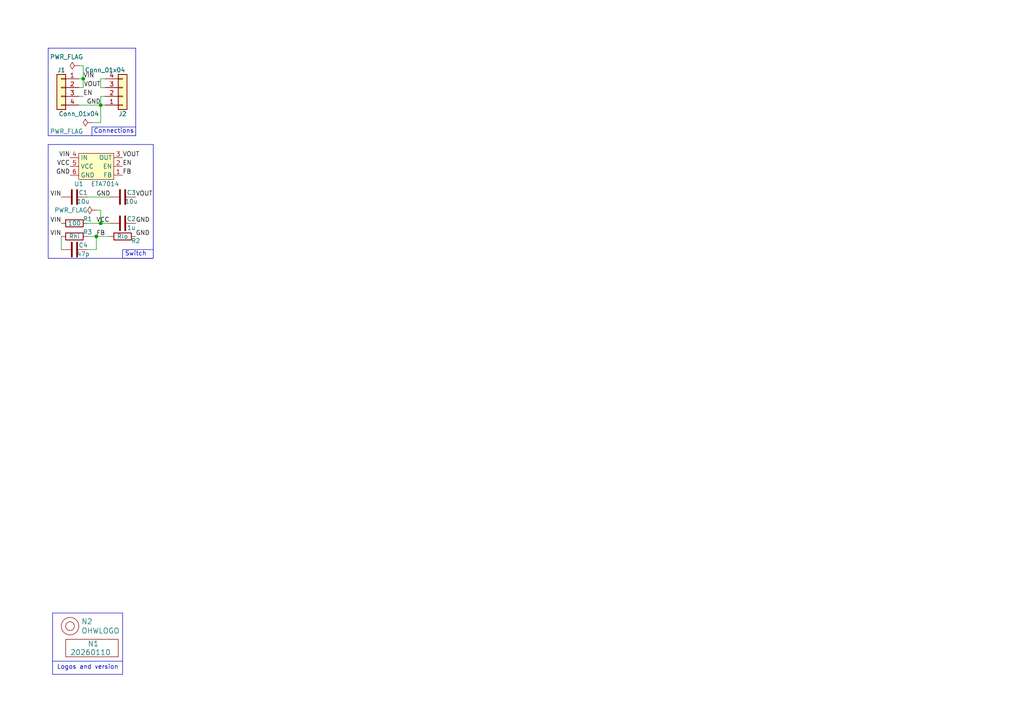
<source format=kicad_sch>
(kicad_sch (version 20250114) (generator "eeschema") (generator_version "9.0")
  (paper "A4")
  (lib_symbols
    (symbol "Connector_Generic:Conn_01x04" (pin_names (offset 1.016) (hide yes))
      (property "Reference" "J" (at 0 5.08 0))
      (property "Value" "Conn_01x04" (at 0 -7.62 0))
      (symbol "Conn_01x04_1_1"
        (rectangle (start -1.27 3.81) (end 1.27 -6.35) (stroke (width 0.254)) (fill (type background)))
        (rectangle (start -1.27 2.667) (end 0 2.413) (stroke (width 0.1524)))
        (rectangle (start -1.27 0.127) (end 0 -0.127) (stroke (width 0.1524)))
        (rectangle (start -1.27 -2.413) (end 0 -2.667) (stroke (width 0.1524)))
        (rectangle (start -1.27 -4.953) (end 0 -5.207) (stroke (width 0.1524)))
        (pin passive line (at -5.08 2.54 0) (length 3.81) (name "Pin_1") (number "1"))
        (pin passive line (at -5.08 0 0) (length 3.81) (name "Pin_2") (number "2"))
        (pin passive line (at -5.08 -2.54 0) (length 3.81) (name "Pin_3") (number "3"))
        (pin passive line (at -5.08 -5.08 0) (length 3.81) (name "Pin_4") (number "4"))
      )
    )
    (symbol "Device:C" (pin_numbers (hide yes)) (pin_names (offset 0.254))
      (property "Reference" "C" (at 0.635 2.54 0))
      (property "Value" "C" (at 0.635 -2.54 0))
      (symbol "C_0_1"
        (polyline (pts (xy -2.032 0.762) (xy 2.032 0.762)) (stroke (width 0.508)))
        (polyline (pts (xy -2.032 -0.762) (xy 2.032 -0.762)) (stroke (width 0.508)))
      )
      (symbol "C_1_1"
        (pin passive line (at 0 3.81 270) (length 2.794) (name "~") (number "1"))
        (pin passive line (at 0 -3.81 90) (length 2.794) (name "~") (number "2"))
      )
    )
    (symbol "Device:R" (pin_numbers (hide yes)) (pin_names (offset 0))
      (property "Reference" "R" (at 2.032 0 90))
      (property "Value" "R" (at 0 0 90))
      (symbol "R_0_1"
        (rectangle (start -1.016 -2.54) (end 1.016 2.54) (stroke (width 0.254)))
      )
      (symbol "R_1_1"
        (pin passive line (at 0 3.81 270) (length 1.27) (name "~") (number "1"))
        (pin passive line (at 0 -3.81 90) (length 1.27) (name "~") (number "2"))
      )
    )
    (symbol "SquantorLabels:OHWLOGO" (pin_names (offset 1.016))
      (property "Reference" "N" (at 0 3.81 0))
      (property "Value" "OHWLOGO" (at 0 -3.81 0))
      (symbol "OHWLOGO_0_1"
        (circle (center 0 0) (radius 1.27))
        (circle (center 0 0) (radius 2.54))
      )
    )
    (symbol "SquantorLabels:VYYYYMMDD" (pin_names (offset 1.016))
      (property "Reference" "N" (at 0 2.54 0))
      (property "Value" "VYYYYMMDD" (at 0 0 0))
      (symbol "VYYYYMMDD_0_1"
        (rectangle (start 7.62 -1.27) (end -7.62 3.81))
      )
    )
    (symbol "Squantor_ETA_solutions:ETA7014"
      (property "Reference" "U" (at 0 5.08 0))
      (symbol "ETA7014_1_1"
        (rectangle (start -5.08 3.81) (end 5.08 -3.81) (fill (type background)))
        (pin input line (at -7.62 2.54 0) (length 2.54) (name "FB") (number "1"))
        (pin input line (at -7.62 0 0) (length 2.54) (name "EN") (number "2"))
        (pin power_out line (at -7.62 -2.54 0) (length 2.54) (name "OUT") (number "3"))
        (pin power_in line (at 7.62 2.54 180) (length 2.54) (name "GND") (number "6"))
        (pin power_in line (at 7.62 0 180) (length 2.54) (name "VCC") (number "5"))
        (pin power_in line (at 7.62 -2.54 180) (length 2.54) (name "IN") (number "4"))
      )
    )
    (symbol "power:PWR_FLAG" (power) (pin_numbers (hide yes)) (pin_names (offset 0) (hide yes))
      (property "Value" "PWR_FLAG" (at 0 3.81 0))
      (symbol "PWR_FLAG_0_0"
        (pin power_out line (at 0 0 90) (length 0) (name "~") (number "1"))
      )
      (symbol "PWR_FLAG_0_1"
        (polyline (pts (xy 0 0) (xy 0 1.27) (xy -1.016 1.905) (xy 0 2.54) (xy 1.016 1.905) (xy 0 1.27)))
      )
    )
  )
  (rectangle (start 35.56 72.39) (end 44.45 74.93))
  (rectangle (start 13.97 41.91) (end 44.45 74.93))
  (rectangle (start 13.97 13.97) (end 39.37 39.37))
  (rectangle (start 26.67 36.83) (end 39.37 39.37))
  (text "Logos and version" (at 16.51 194.31 0) (effects (font (size 1.27 1.27)) (justify left bottom)))
  (text "Connections" (at 33.02 38.1 0) (effects (font (size 1.27 1.27))))
  (text "Switch" (at 39.37 73.66 0) (effects (font (size 1.27 1.27))))
  (junction (at 24.13 22.86))
  (junction (at 29.21 64.77))
  (junction (at 27.94 68.58))
  (junction (at 29.21 30.48))
  (wire (pts (xy 25.4 64.77) (xy 29.21 64.77)))
  (wire (pts (xy 29.21 27.94) (xy 29.21 30.48)))
  (wire (pts (xy 25.4 57.15) (xy 31.75 57.15)))
  (wire (pts (xy 22.86 25.4) (xy 24.13 25.4)))
  (polyline (pts (xy 15.24 177.8) (xy 15.24 195.58)))
  (wire (pts (xy 24.13 19.05) (xy 24.13 22.86)))
  (polyline (pts (xy 35.56 177.8) (xy 15.24 177.8)))
  (wire (pts (xy 22.86 30.48) (xy 29.21 30.48)))
  (wire (pts (xy 22.86 27.94) (xy 24.13 27.94)))
  (wire (pts (xy 24.13 19.05) (xy 22.86 19.05)))
  (wire (pts (xy 29.21 30.48) (xy 30.48 30.48)))
  (wire (pts (xy 29.21 64.77) (xy 31.75 64.77)))
  (wire (pts (xy 24.13 25.4) (xy 24.13 22.86)))
  (wire (pts (xy 25.4 68.58) (xy 27.94 68.58)))
  (wire (pts (xy 27.94 68.58) (xy 27.94 72.39)))
  (wire (pts (xy 30.48 27.94) (xy 29.21 27.94)))
  (wire (pts (xy 29.21 35.56) (xy 29.21 30.48)))
  (wire (pts (xy 29.21 22.86) (xy 30.48 22.86)))
  (wire (pts (xy 17.78 68.58) (xy 17.78 72.39)))
  (polyline (pts (xy 35.56 195.58) (xy 35.56 177.8)))
  (polyline (pts (xy 15.24 195.58) (xy 35.56 195.58)))
  (wire (pts (xy 22.86 22.86) (xy 24.13 22.86)))
  (wire (pts (xy 29.21 22.86) (xy 29.21 25.4)))
  (wire (pts (xy 29.21 25.4) (xy 30.48 25.4)))
  (wire (pts (xy 27.94 68.58) (xy 31.75 68.58)))
  (wire (pts (xy 27.94 60.96) (xy 29.21 60.96)))
  (polyline (pts (xy 15.24 191.77) (xy 35.56 191.77)))
  (wire (pts (xy 25.4 72.39) (xy 27.94 72.39)))
  (wire (pts (xy 26.67 35.56) (xy 29.21 35.56)))
  (wire (pts (xy 29.21 60.96) (xy 29.21 64.77)))
  (label "FB" (at 27.94 68.58 0))
  (label "VIN" (at 17.78 57.15 180))
  (label "GND" (at 27.94 57.15 0))
  (label "VIN" (at 20.32 45.72 180))
  (label "EN" (at 35.56 48.26 0))
  (label "GND" (at 39.37 64.77 0))
  (label "VIN" (at 17.78 68.58 180))
  (label "VIN" (at 24.13 22.86 0))
  (label "EN" (at 24.13 27.94 0))
  (label "VOUT" (at 29.21 25.4 180))
  (label "VOUT" (at 39.37 57.15 0))
  (label "VIN" (at 17.78 64.77 180))
  (label "VCC" (at 20.32 48.26 180))
  (label "VOUT" (at 35.56 45.72 0))
  (label "FB" (at 35.56 50.8 0))
  (label "GND" (at 20.32 50.8 180))
  (label "GND" (at 39.37 68.58 0))
  (label "VCC" (at 31.75 64.77 180))
  (label "GND" (at 29.21 30.48 180))
  (symbol (lib_id "SquantorLabels:VYYYYMMDD") (at 26.67 189.23 0) (unit 1)
    (property "Reference" "N1" (at 25.4 186.69 0) (effects (font (size 1.524 1.524)) (justify left)))
    (property "Value" "20260110" (at 20.32 189.23 0) (effects (font (size 1.524 1.524)) (justify left)))
    (property "Footprint" "SquantorLabels:Label_Generic" (effects (hide yes)))
  )
  (symbol (lib_id "SquantorLabels:OHWLOGO") (at 20.32 181.61 0) (unit 1)
    (property "Reference" "N2" (at 23.5712 180.2638 0) (effects (font (size 1.524 1.524)) (justify left)))
    (property "Value" "OHWLOGO" (at 23.5712 182.9562 0) (effects (font (size 1.524 1.524)) (justify left)))
    (property "Footprint" "Symbol:OSHW-Symbol_6.7x6mm_SilkScreen" (effects (hide yes)))
  )
  (symbol (lib_id "power:PWR_FLAG") (at 27.94 60.96 90) (unit 1)
    (property "Reference" "#FLG04" (effects (hide yes)))
    (property "Value" "PWR_FLAG" (at 25.4 60.96 90) (effects (justify left)))
    (property "Description" "Special symbol for telling ERC where power comes from" (effects (hide yes)))
  )
  (symbol (lib_id "Device:C") (at 35.56 57.15 90) (unit 1)
    (property "Reference" "C3" (at 38.1 55.88 90))
    (property "Value" "10u" (at 38.1 58.42 90))
    (property "Footprint" "SquantorCapacitor:C_0805+0603" (effects (hide yes)))
    (property "Description" "Unpolarized capacitor" (effects (hide yes)))
  )
  (symbol (lib_id "power:PWR_FLAG") (at 26.67 35.56 90) (unit 1)
    (property "Reference" "#FLG03" (effects (hide yes)))
    (property "Value" "PWR_FLAG" (at 24.13 38.1 90) (effects (justify left)))
    (property "Description" "Special symbol for telling ERC where power comes from" (effects (hide yes)))
  )
  (symbol (lib_id "Device:R") (at 21.59 64.77 90) (unit 1)
    (property "Reference" "R1" (at 25.4 63.5 90))
    (property "Value" "100" (at 21.59 64.77 90))
    (property "Footprint" "SquantorResistor:R_0603_hand" (effects (hide yes)))
    (property "Description" "Resistor" (effects (hide yes)))
  )
  (symbol (lib_id "Squantor_ETA_solutions:ETA7014") (at 27.94 48.26 180) (unit 1)
    (property "Reference" "U1" (at 22.86 53.34 0))
    (property "Value" "ETA7014" (at 30.48 53.34 0))
    (property "Footprint" "SquantorIC:SOT23-6-HAND" (effects (hide yes)))
  )
  (symbol (lib_id "Connector_Generic:Conn_01x04") (at 35.56 27.94 0) (mirror x) (unit 1)
    (property "Reference" "J2" (at 35.56 33.02 0))
    (property "Value" "Conn_01x04" (at 30.48 20.32 0))
    (property "Footprint" "SquantorConnectors:Header-0254-1X04-H010" (effects (hide yes)))
    (property "Description" "Generic connector, single row, 01x04, script generated (kicad-library-utils/schlib/autogen/connector/)" (effects (hide yes)))
  )
  (symbol (lib_id "Device:R") (at 21.59 68.58 90) (unit 1)
    (property "Reference" "R3" (at 25.4 67.31 90))
    (property "Value" "Rhi" (at 21.59 68.58 90))
    (property "Footprint" "SquantorResistor:R_0603_hand" (effects (hide yes)))
    (property "Description" "Resistor" (effects (hide yes)))
  )
  (symbol (lib_id "Device:C") (at 35.56 64.77 90) (unit 1)
    (property "Reference" "C2" (at 38.1 63.5 90))
    (property "Value" "1u" (at 38.1 66.04 90))
    (property "Footprint" "SquantorCapacitor:C_0805+0603" (effects (hide yes)))
    (property "Description" "Unpolarized capacitor" (effects (hide yes)))
  )
  (symbol (lib_id "Device:R") (at 35.56 68.58 90) (unit 1)
    (property "Reference" "R2" (at 39.37 69.85 90))
    (property "Value" "Rlo" (at 35.56 68.58 90))
    (property "Footprint" "SquantorResistor:R_0603_hand" (effects (hide yes)))
    (property "Description" "Resistor" (effects (hide yes)))
  )
  (symbol (lib_id "power:PWR_FLAG") (at 22.86 19.05 90) (unit 1)
    (property "Reference" "#FLG01" (effects (hide yes)))
    (property "Value" "PWR_FLAG" (at 24.13 16.51 90) (effects (justify left)))
    (property "Description" "Special symbol for telling ERC where power comes from" (effects (hide yes)))
  )
  (symbol (lib_id "Connector_Generic:Conn_01x04") (at 17.78 25.4 0) (mirror y) (unit 1)
    (property "Reference" "J1" (at 17.78 20.32 0))
    (property "Value" "Conn_01x04" (at 22.86 33.02 0))
    (property "Footprint" "SquantorConnectors:Header-0254-1X04-H010" (effects (hide yes)))
    (property "Description" "Generic connector, single row, 01x04, script generated (kicad-library-utils/schlib/autogen/connector/)" (effects (hide yes)))
  )
  (symbol (lib_id "Device:C") (at 21.59 57.15 90) (unit 1)
    (property "Reference" "C1" (at 24.13 55.88 90))
    (property "Value" "10u" (at 24.13 58.42 90))
    (property "Footprint" "SquantorCapacitor:C_0805+0603" (effects (hide yes)))
    (property "Description" "Unpolarized capacitor" (effects (hide yes)))
  )
  (symbol (lib_id "Device:C") (at 21.59 72.39 90) (unit 1)
    (property "Reference" "C4" (at 24.13 71.12 90))
    (property "Value" "47p" (at 24.13 73.66 90))
    (property "Footprint" "SquantorCapacitor:C_0603" (effects (hide yes)))
    (property "Description" "Unpolarized capacitor" (effects (hide yes)))
  )
)
</source>
